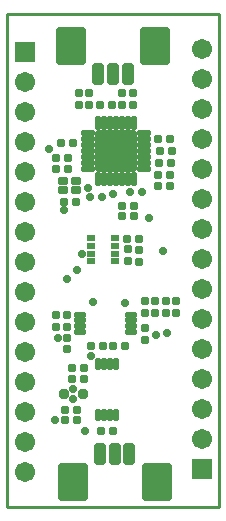
<source format=gts>
G04*
G04 #@! TF.GenerationSoftware,Altium Limited,CircuitStudio,1.5.1 (13)*
G04*
G04 Layer_Color=16738047*
%FSLAX25Y25*%
%MOIN*%
G70*
G01*
G75*
%ADD23C,0.01000*%
G04:AMPARAMS|DCode=38|XSize=27.69mil|YSize=27.69mil|CornerRadius=5.97mil|HoleSize=0mil|Usage=FLASHONLY|Rotation=180.000|XOffset=0mil|YOffset=0mil|HoleType=Round|Shape=RoundedRectangle|*
%AMROUNDEDRECTD38*
21,1,0.02769,0.01575,0,0,180.0*
21,1,0.01575,0.02769,0,0,180.0*
1,1,0.01194,-0.00787,0.00787*
1,1,0.01194,0.00787,0.00787*
1,1,0.01194,0.00787,-0.00787*
1,1,0.01194,-0.00787,-0.00787*
%
%ADD38ROUNDEDRECTD38*%
G04:AMPARAMS|DCode=39|XSize=31.62mil|YSize=31.62mil|CornerRadius=6.36mil|HoleSize=0mil|Usage=FLASHONLY|Rotation=0.000|XOffset=0mil|YOffset=0mil|HoleType=Round|Shape=RoundedRectangle|*
%AMROUNDEDRECTD39*
21,1,0.03162,0.01890,0,0,0.0*
21,1,0.01890,0.03162,0,0,0.0*
1,1,0.01272,0.00945,-0.00945*
1,1,0.01272,-0.00945,-0.00945*
1,1,0.01272,-0.00945,0.00945*
1,1,0.01272,0.00945,0.00945*
%
%ADD39ROUNDEDRECTD39*%
G04:AMPARAMS|DCode=40|XSize=23.75mil|YSize=23.75mil|CornerRadius=5.58mil|HoleSize=0mil|Usage=FLASHONLY|Rotation=0.000|XOffset=0mil|YOffset=0mil|HoleType=Round|Shape=RoundedRectangle|*
%AMROUNDEDRECTD40*
21,1,0.02375,0.01260,0,0,0.0*
21,1,0.01260,0.02375,0,0,0.0*
1,1,0.01115,0.00630,-0.00630*
1,1,0.01115,-0.00630,-0.00630*
1,1,0.01115,-0.00630,0.00630*
1,1,0.01115,0.00630,0.00630*
%
%ADD40ROUNDEDRECTD40*%
G04:AMPARAMS|DCode=41|XSize=39.5mil|YSize=70.99mil|CornerRadius=5.58mil|HoleSize=0mil|Usage=FLASHONLY|Rotation=0.000|XOffset=0mil|YOffset=0mil|HoleType=Round|Shape=RoundedRectangle|*
%AMROUNDEDRECTD41*
21,1,0.03950,0.05984,0,0,0.0*
21,1,0.02835,0.07099,0,0,0.0*
1,1,0.01115,0.01417,-0.02992*
1,1,0.01115,-0.01417,-0.02992*
1,1,0.01115,-0.01417,0.02992*
1,1,0.01115,0.01417,0.02992*
%
%ADD41ROUNDEDRECTD41*%
G04:AMPARAMS|DCode=42|XSize=98mil|YSize=126.11mil|CornerRadius=8.5mil|HoleSize=0mil|Usage=FLASHONLY|Rotation=0.000|XOffset=0mil|YOffset=0mil|HoleType=Round|Shape=RoundedRectangle|*
%AMROUNDEDRECTD42*
21,1,0.09800,0.10911,0,0,0.0*
21,1,0.08100,0.12611,0,0,0.0*
1,1,0.01700,0.04050,-0.05456*
1,1,0.01700,-0.04050,-0.05456*
1,1,0.01700,-0.04050,0.05456*
1,1,0.01700,0.04050,0.05456*
%
%ADD42ROUNDEDRECTD42*%
G04:AMPARAMS|DCode=43|XSize=43mil|YSize=20.01mil|CornerRadius=5.5mil|HoleSize=0mil|Usage=FLASHONLY|Rotation=90.000|XOffset=0mil|YOffset=0mil|HoleType=Round|Shape=RoundedRectangle|*
%AMROUNDEDRECTD43*
21,1,0.04300,0.00901,0,0,90.0*
21,1,0.03200,0.02001,0,0,90.0*
1,1,0.01100,0.00450,0.01600*
1,1,0.01100,0.00450,-0.01600*
1,1,0.01100,-0.00450,-0.01600*
1,1,0.01100,-0.00450,0.01600*
%
%ADD43ROUNDEDRECTD43*%
G04:AMPARAMS|DCode=44|XSize=43mil|YSize=20.01mil|CornerRadius=5.5mil|HoleSize=0mil|Usage=FLASHONLY|Rotation=180.000|XOffset=0mil|YOffset=0mil|HoleType=Round|Shape=RoundedRectangle|*
%AMROUNDEDRECTD44*
21,1,0.04300,0.00901,0,0,180.0*
21,1,0.03200,0.02001,0,0,180.0*
1,1,0.01100,-0.01600,0.00450*
1,1,0.01100,0.01600,0.00450*
1,1,0.01100,0.01600,-0.00450*
1,1,0.01100,-0.01600,-0.00450*
%
%ADD44ROUNDEDRECTD44*%
G04:AMPARAMS|DCode=45|XSize=27.69mil|YSize=27.69mil|CornerRadius=5.97mil|HoleSize=0mil|Usage=FLASHONLY|Rotation=90.000|XOffset=0mil|YOffset=0mil|HoleType=Round|Shape=RoundedRectangle|*
%AMROUNDEDRECTD45*
21,1,0.02769,0.01575,0,0,90.0*
21,1,0.01575,0.02769,0,0,90.0*
1,1,0.01194,0.00787,0.00787*
1,1,0.01194,0.00787,-0.00787*
1,1,0.01194,-0.00787,-0.00787*
1,1,0.01194,-0.00787,0.00787*
%
%ADD45ROUNDEDRECTD45*%
G04:AMPARAMS|DCode=46|XSize=137.92mil|YSize=137.92mil|CornerRadius=7.25mil|HoleSize=0mil|Usage=FLASHONLY|Rotation=270.000|XOffset=0mil|YOffset=0mil|HoleType=Round|Shape=RoundedRectangle|*
%AMROUNDEDRECTD46*
21,1,0.13792,0.12342,0,0,270.0*
21,1,0.12342,0.13792,0,0,270.0*
1,1,0.01450,-0.06171,-0.06171*
1,1,0.01450,-0.06171,0.06171*
1,1,0.01450,0.06171,0.06171*
1,1,0.01450,0.06171,-0.06171*
%
%ADD46ROUNDEDRECTD46*%
G04:AMPARAMS|DCode=47|XSize=45.4mil|YSize=19.81mil|CornerRadius=4.59mil|HoleSize=0mil|Usage=FLASHONLY|Rotation=180.000|XOffset=0mil|YOffset=0mil|HoleType=Round|Shape=RoundedRectangle|*
%AMROUNDEDRECTD47*
21,1,0.04540,0.01063,0,0,180.0*
21,1,0.03622,0.01981,0,0,180.0*
1,1,0.00918,-0.01811,0.00532*
1,1,0.00918,0.01811,0.00532*
1,1,0.00918,0.01811,-0.00532*
1,1,0.00918,-0.01811,-0.00532*
%
%ADD47ROUNDEDRECTD47*%
G04:AMPARAMS|DCode=48|XSize=45.4mil|YSize=19.81mil|CornerRadius=4.59mil|HoleSize=0mil|Usage=FLASHONLY|Rotation=90.000|XOffset=0mil|YOffset=0mil|HoleType=Round|Shape=RoundedRectangle|*
%AMROUNDEDRECTD48*
21,1,0.04540,0.01063,0,0,90.0*
21,1,0.03622,0.01981,0,0,90.0*
1,1,0.00918,0.00532,0.01811*
1,1,0.00918,0.00532,-0.01811*
1,1,0.00918,-0.00532,-0.01811*
1,1,0.00918,-0.00532,0.01811*
%
%ADD48ROUNDEDRECTD48*%
G04:AMPARAMS|DCode=49|XSize=31.62mil|YSize=27.69mil|CornerRadius=4.98mil|HoleSize=0mil|Usage=FLASHONLY|Rotation=0.000|XOffset=0mil|YOffset=0mil|HoleType=Round|Shape=RoundedRectangle|*
%AMROUNDEDRECTD49*
21,1,0.03162,0.01772,0,0,0.0*
21,1,0.02165,0.02769,0,0,0.0*
1,1,0.00997,0.01083,-0.00886*
1,1,0.00997,-0.01083,-0.00886*
1,1,0.00997,-0.01083,0.00886*
1,1,0.00997,0.01083,0.00886*
%
%ADD49ROUNDEDRECTD49*%
G04:AMPARAMS|DCode=50|XSize=27.66mil|YSize=21.78mil|CornerRadius=4.69mil|HoleSize=0mil|Usage=FLASHONLY|Rotation=180.000|XOffset=0mil|YOffset=0mil|HoleType=Round|Shape=RoundedRectangle|*
%AMROUNDEDRECTD50*
21,1,0.02766,0.01240,0,0,180.0*
21,1,0.01828,0.02178,0,0,180.0*
1,1,0.00938,-0.00914,0.00620*
1,1,0.00938,0.00914,0.00620*
1,1,0.00938,0.00914,-0.00620*
1,1,0.00938,-0.00914,-0.00620*
%
%ADD50ROUNDEDRECTD50*%
%ADD51R,0.06706X0.06706*%
%ADD52C,0.06706*%
%ADD53C,0.02800*%
D23*
X64567Y182214D02*
X135433D01*
Y17786D02*
Y182214D01*
X64567Y17786D02*
X135433D01*
X64567D02*
Y182214D01*
D38*
X84098Y50286D02*
D03*
X88035D02*
D03*
X84098Y46786D02*
D03*
X88035D02*
D03*
X96031Y43000D02*
D03*
X99968D02*
D03*
X90118Y60500D02*
D03*
X86181D02*
D03*
X90118Y64000D02*
D03*
X86181D02*
D03*
X96469Y71500D02*
D03*
X92532D02*
D03*
X100031D02*
D03*
X103969D02*
D03*
X99535Y151786D02*
D03*
X95598D02*
D03*
X84969Y134000D02*
D03*
X81032D02*
D03*
X84969Y130500D02*
D03*
X81032D02*
D03*
X82531Y139000D02*
D03*
X86468D02*
D03*
X83531Y119500D02*
D03*
X87468D02*
D03*
X103098Y118286D02*
D03*
X107035D02*
D03*
X103098Y114786D02*
D03*
X107035D02*
D03*
X118968Y140500D02*
D03*
X115032D02*
D03*
X115298Y132486D02*
D03*
X119235D02*
D03*
X115498Y136486D02*
D03*
X119435D02*
D03*
X115032Y128500D02*
D03*
X118968D02*
D03*
X115098Y124786D02*
D03*
X119035D02*
D03*
X108535Y107286D02*
D03*
X104598D02*
D03*
D39*
X83500Y55500D02*
D03*
X89799D02*
D03*
D40*
X86650Y57075D02*
D03*
Y53925D02*
D03*
D41*
X95579Y35417D02*
D03*
X100500D02*
D03*
X105421D02*
D03*
X104921Y162083D02*
D03*
X100000D02*
D03*
X95079D02*
D03*
D42*
X86500Y26000D02*
D03*
X114500D02*
D03*
X114000Y171500D02*
D03*
X86000D02*
D03*
D43*
X95063Y65545D02*
D03*
X97031D02*
D03*
X99000D02*
D03*
X100969D02*
D03*
Y48455D02*
D03*
X99000D02*
D03*
X97031D02*
D03*
X95063D02*
D03*
D44*
X88955Y76063D02*
D03*
Y78031D02*
D03*
Y80000D02*
D03*
Y81968D02*
D03*
X106045D02*
D03*
Y80000D02*
D03*
Y78031D02*
D03*
Y76063D02*
D03*
D45*
X84567Y74254D02*
D03*
Y70317D02*
D03*
Y77817D02*
D03*
Y81754D02*
D03*
X81067D02*
D03*
Y77817D02*
D03*
X110500Y73532D02*
D03*
Y77469D02*
D03*
Y82531D02*
D03*
Y86468D02*
D03*
X114000D02*
D03*
Y82531D02*
D03*
X117500D02*
D03*
Y86468D02*
D03*
X121000Y82531D02*
D03*
Y86468D02*
D03*
X106567Y155754D02*
D03*
Y151817D02*
D03*
X88567D02*
D03*
Y155754D02*
D03*
X92067D02*
D03*
Y151817D02*
D03*
X108500Y99532D02*
D03*
Y103469D02*
D03*
X105067Y99817D02*
D03*
Y103754D02*
D03*
X103067Y155754D02*
D03*
Y151817D02*
D03*
D46*
X101000Y136500D02*
D03*
D47*
X110370Y130595D02*
D03*
Y132563D02*
D03*
Y134531D02*
D03*
Y136500D02*
D03*
Y138469D02*
D03*
Y140437D02*
D03*
Y142405D02*
D03*
X91630Y130595D02*
D03*
Y132563D02*
D03*
Y134531D02*
D03*
Y136500D02*
D03*
Y138469D02*
D03*
Y140437D02*
D03*
Y142405D02*
D03*
D48*
X106905Y127130D02*
D03*
X104937D02*
D03*
X102969D02*
D03*
X101000D02*
D03*
X99032D02*
D03*
X97063D02*
D03*
X95095D02*
D03*
Y145870D02*
D03*
X97063D02*
D03*
X99032D02*
D03*
X101000D02*
D03*
X102969D02*
D03*
X104937D02*
D03*
X106905D02*
D03*
D49*
X83335Y126575D02*
D03*
X87665D02*
D03*
Y123425D02*
D03*
X83335D02*
D03*
D50*
X92465Y99661D02*
D03*
Y102220D02*
D03*
Y104780D02*
D03*
Y107339D02*
D03*
X100535D02*
D03*
Y104780D02*
D03*
Y102220D02*
D03*
Y99661D02*
D03*
D51*
X129528Y30500D02*
D03*
X70472Y169500D02*
D03*
D52*
X129528Y40500D02*
D03*
Y50500D02*
D03*
Y60500D02*
D03*
Y70500D02*
D03*
Y80500D02*
D03*
Y90500D02*
D03*
Y100500D02*
D03*
Y110500D02*
D03*
Y120500D02*
D03*
Y130500D02*
D03*
Y140500D02*
D03*
Y150500D02*
D03*
Y160500D02*
D03*
Y170500D02*
D03*
X70472Y159500D02*
D03*
Y149500D02*
D03*
Y139500D02*
D03*
Y129500D02*
D03*
Y119500D02*
D03*
Y109500D02*
D03*
Y99500D02*
D03*
Y89500D02*
D03*
Y79500D02*
D03*
Y69500D02*
D03*
Y59500D02*
D03*
Y49500D02*
D03*
Y39500D02*
D03*
Y29500D02*
D03*
D53*
X112067Y114286D02*
D03*
X83567Y116786D02*
D03*
X89567Y102286D02*
D03*
X80567Y46786D02*
D03*
X88067Y96786D02*
D03*
X92567Y68286D02*
D03*
X90567Y43286D02*
D03*
X96267Y121086D02*
D03*
X99967Y121986D02*
D03*
X91667Y124186D02*
D03*
X92167Y121186D02*
D03*
X116467Y103286D02*
D03*
X78767Y137086D02*
D03*
X81567Y74286D02*
D03*
X93267Y85986D02*
D03*
X114167Y75286D02*
D03*
X84567Y93701D02*
D03*
X105567Y122786D02*
D03*
X109567D02*
D03*
X118067Y75786D02*
D03*
X104067Y85786D02*
D03*
M02*

</source>
